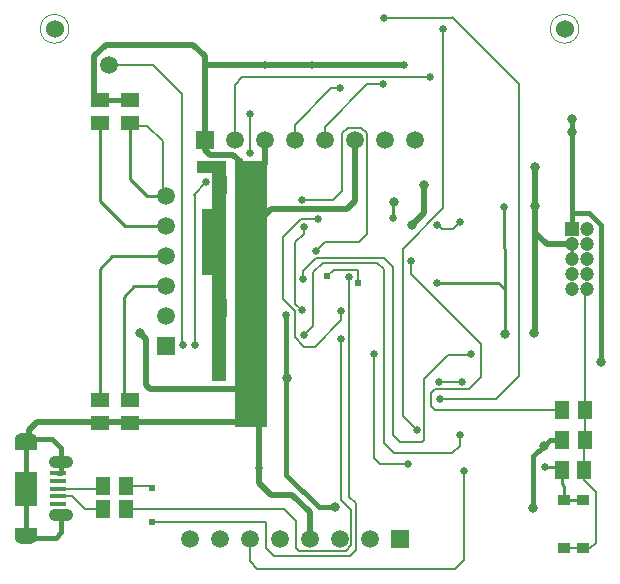
<source format=gtl>
G04*
G04 #@! TF.GenerationSoftware,Altium Limited,Altium Designer,19.1.8 (144)*
G04*
G04 Layer_Physical_Order=1*
G04 Layer_Color=255*
%FSLAX25Y25*%
%MOIN*%
G70*
G01*
G75*
%ADD11C,0.01000*%
%ADD15R,0.07480X0.11417*%
%ADD16R,0.05315X0.01575*%
%ADD17R,0.03937X0.03543*%
%ADD18R,0.05118X0.05906*%
%ADD19R,0.05906X0.05118*%
%ADD33C,0.03200*%
%ADD37C,0.00800*%
%ADD38C,0.01500*%
%ADD39C,0.02000*%
%ADD40R,0.04000X0.22000*%
%ADD41R,0.09700X0.04000*%
%ADD42R,0.04500X0.73600*%
%ADD43R,0.11000X0.88500*%
%ADD44C,0.00050*%
%ADD45R,0.05906X0.05906*%
%ADD46C,0.05906*%
%ADD47O,0.08268X0.04134*%
%ADD48O,0.07480X0.03740*%
%ADD49R,0.04724X0.04724*%
%ADD50C,0.04724*%
%ADD51R,0.05906X0.05906*%
%ADD52C,0.06000*%
%ADD53C,0.02400*%
%ADD54C,0.02600*%
%ADD55C,0.03000*%
G36*
X1728Y-184680D02*
Y-181237D01*
X9209D01*
Y-184680D01*
X1728D01*
D02*
G37*
G36*
X1726Y-155251D02*
Y-151797D01*
X9209D01*
Y-155251D01*
X1726D01*
D02*
G37*
D11*
X184850Y-171929D02*
X191150D01*
X127900Y-78200D02*
Y-72900D01*
X183800Y-161800D02*
X184000Y-162000D01*
X178600Y-161000D02*
X181825D01*
X38100Y-136860D02*
X40000Y-138760D01*
X38100Y-104400D02*
X41634Y-100866D01*
X38100Y-136860D02*
Y-104400D01*
X164900Y-74400D02*
X165000Y-101800D01*
Y-116400D02*
Y-101800D01*
X162800Y-99600D02*
X165000Y-101800D01*
X142600Y-99600D02*
X162800D01*
X184000Y-166575D02*
Y-162000D01*
Y-166575D02*
X184850Y-167425D01*
Y-171929D02*
Y-167425D01*
X187461Y-91831D02*
Y-86831D01*
X41447Y-47293D02*
X42500Y-46240D01*
X51142Y-70000D02*
X52008Y-70866D01*
X40000Y-65000D02*
X45866Y-70866D01*
X38366Y-80866D02*
X52008D01*
X30000Y-72500D02*
X38366Y-80866D01*
X30000Y-72500D02*
Y-46240D01*
X34134Y-90866D02*
X52008D01*
X30000Y-95000D02*
X34134Y-90866D01*
X30000Y-138760D02*
Y-95000D01*
X40000Y-65000D02*
Y-47500D01*
X30000Y-140000D02*
Y-138760D01*
X41634Y-100866D02*
X52008D01*
X45866Y-70866D02*
X52008D01*
D15*
X5469Y-168243D02*
D03*
D16*
X16000Y-173361D02*
D03*
Y-170802D02*
D03*
Y-168243D02*
D03*
Y-165684D02*
D03*
Y-163125D02*
D03*
D17*
X191150Y-188071D02*
D03*
X184850D02*
D03*
X191150Y-171929D02*
D03*
X184850D02*
D03*
D18*
X77740Y-108000D02*
D03*
X70260D02*
D03*
X77740Y-67000D02*
D03*
X70260D02*
D03*
X191740Y-142000D02*
D03*
X184260D02*
D03*
X38740Y-175025D02*
D03*
X31260D02*
D03*
X38740Y-167525D02*
D03*
X31260D02*
D03*
X191740Y-152000D02*
D03*
X184260D02*
D03*
X184000Y-162000D02*
D03*
X191480D02*
D03*
D19*
X40000Y-38760D02*
D03*
Y-46240D02*
D03*
X30000Y-38760D02*
D03*
Y-46240D02*
D03*
X40000Y-146240D02*
D03*
Y-138760D02*
D03*
X30000Y-146240D02*
D03*
Y-138760D02*
D03*
D33*
X92500Y-131500D02*
D03*
X108500Y-174500D02*
D03*
X43500Y-116500D02*
D03*
X175000Y-74000D02*
D03*
X138000Y-67000D02*
D03*
X134100Y-80400D02*
D03*
X175100Y-61000D02*
D03*
X197000Y-126000D02*
D03*
X178000Y-154000D02*
D03*
X174500Y-174600D02*
D03*
X187575Y-44910D02*
D03*
X187500Y-49400D02*
D03*
X174900Y-116400D02*
D03*
X165200Y-116600D02*
D03*
X128000Y-72800D02*
D03*
D37*
X119000Y-83525D02*
Y-49625D01*
X116625Y-85900D02*
X119000Y-83525D01*
X105141Y-85900D02*
X116625D01*
X102125Y-91400D02*
X124875D01*
X97700Y-95825D02*
X102125Y-91400D01*
X97700Y-98325D02*
Y-95825D01*
X124700Y-153225D02*
Y-95225D01*
X122375Y-92900D02*
X124700Y-95225D01*
X104469Y-92900D02*
X122375D01*
X127800Y-150325D02*
Y-94325D01*
X124875Y-91400D02*
X127800Y-94325D01*
X130175Y-152700D02*
X137500D01*
X127800Y-150325D02*
X130175Y-152700D01*
X128000Y-156525D02*
X147575D01*
X124700Y-153225D02*
X128000Y-156525D01*
X123475Y-160000D02*
X132900D01*
X121600Y-158125D02*
X123475Y-160000D01*
X121600Y-158125D02*
Y-123325D01*
X169700Y-130825D02*
X169700Y-33300D01*
X162025Y-138500D02*
X169700Y-130825D01*
X143500Y-138500D02*
X162025D01*
X184850Y-188071D02*
X191150D01*
X191480Y-162000D02*
Y-152235D01*
X151400Y-192125D02*
Y-162500D01*
X148500Y-195025D02*
X151400Y-192125D01*
X82500Y-195025D02*
X148500D01*
X80000Y-192525D02*
X82500Y-195025D01*
X80000Y-192525D02*
Y-185000D01*
X91500Y-175025D02*
X95500Y-179025D01*
Y-188025D02*
Y-179025D01*
Y-188025D02*
X96600Y-189125D01*
X112053D01*
X38740Y-175025D02*
X91500D01*
X88075Y-190600D02*
X113600D01*
X85500Y-188025D02*
X88075Y-190600D01*
X85500Y-188025D02*
Y-179433D01*
X47500D02*
X85500D01*
X47067Y-168025D02*
X47500D01*
X46567Y-167525D02*
X47067Y-168025D01*
X38740Y-167525D02*
X46567D01*
X25000Y-175025D02*
X31260D01*
X20777Y-170802D02*
X25000Y-175025D01*
X16000Y-170802D02*
X20777D01*
X30542Y-168243D02*
X31260Y-167525D01*
X16000Y-168243D02*
X30542D01*
X113200Y-170900D02*
Y-97800D01*
Y-170900D02*
X115353Y-173053D01*
X80133Y-57267D02*
Y-43367D01*
X57700Y-121315D02*
Y-120482D01*
Y-121315D02*
Y-120482D01*
X57400Y-121015D02*
X57700Y-121315D01*
X57400Y-121015D02*
Y-36700D01*
X47700Y-27000D02*
X57400Y-36700D01*
X61900Y-120400D02*
Y-70725D01*
X61500Y-70325D02*
X61900Y-70725D01*
X105900Y-97400D02*
X108000Y-95300D01*
X115731D01*
X116200Y-95769D01*
Y-99700D02*
Y-95769D01*
X113110Y-97710D02*
X113200Y-97800D01*
X101200Y-96169D02*
X104469Y-92900D01*
X110600Y-112025D02*
Y-109000D01*
X113953Y-187225D02*
Y-175553D01*
X110400Y-172000D02*
X113953Y-175553D01*
X110400Y-172000D02*
Y-118500D01*
X112053Y-189125D02*
X113953Y-187225D01*
X115353Y-188847D02*
Y-173053D01*
X113600Y-190600D02*
X115353Y-188847D01*
X101200Y-113925D02*
Y-96169D01*
X98050Y-117075D02*
X101200Y-113925D01*
X101725Y-120900D02*
X110600Y-112025D01*
X98100Y-120900D02*
X101725D01*
X147950Y-81700D02*
X150175Y-79475D01*
X144111Y-81700D02*
X147950D01*
X142790Y-80379D02*
X144111Y-81700D01*
X95000Y-117800D02*
X98100Y-120900D01*
X141775Y-135225D02*
X153175D01*
X140600Y-136400D02*
X141775Y-135225D01*
X140600Y-140800D02*
Y-136400D01*
X141800Y-142000D02*
X184260D01*
X140600Y-140800D02*
X141800Y-142000D01*
X138200Y-131700D02*
X146300Y-123600D01*
X138200Y-152000D02*
Y-131700D01*
X137500Y-152700D02*
X138200Y-152000D01*
X102017Y-89025D02*
X105141Y-85900D01*
X153175Y-135225D02*
X157300Y-131100D01*
X133900Y-96825D02*
X157300Y-120225D01*
Y-131100D02*
Y-120225D01*
X61500Y-70325D02*
X65600Y-66225D01*
Y-66000D01*
X80100Y-57233D02*
Y-56400D01*
Y-57233D02*
X80133Y-57267D01*
X95000Y-117800D02*
Y-108925D01*
X80133Y-43367D02*
X80200Y-43300D01*
X80133Y-43233D02*
X80200Y-43300D01*
X142500Y-80379D02*
X142790D01*
X131000Y-88400D02*
X144600Y-74800D01*
X131000Y-143925D02*
Y-88400D01*
X33000Y-27000D02*
X47700D01*
X153525Y-123600D02*
X153700Y-123425D01*
X146300Y-123600D02*
X153525D01*
X144600Y-74800D02*
Y-15000D01*
X77575Y-31025D02*
X140000D01*
X75000Y-33600D02*
X77575Y-31025D01*
X124800Y-11300D02*
X147550D01*
X147625Y-11225D01*
X191480Y-152235D02*
X191740Y-152000D01*
X191480Y-165425D02*
Y-162000D01*
X95300Y-86200D02*
X98100Y-83400D01*
Y-81100D01*
X95300Y-106625D02*
Y-86200D01*
X191740Y-142000D02*
Y-101831D01*
X195400Y-186300D02*
Y-169345D01*
X193629Y-188071D02*
X195400Y-186300D01*
X191150Y-188071D02*
X193629D01*
X191480Y-165425D02*
X195400Y-169345D01*
X165000Y-116400D02*
X165200Y-116600D01*
X147625Y-11225D02*
X169700Y-33300D01*
X95000Y-46900D02*
X107200Y-34700D01*
X110200D01*
X131000Y-143925D02*
X135800Y-148725D01*
X95000Y-52008D02*
Y-46900D01*
X119275Y-33325D02*
X124600D01*
X105000Y-47600D02*
X119275Y-33325D01*
X105000Y-52008D02*
Y-47600D01*
X75000Y-52008D02*
Y-33600D01*
X150100Y-154000D02*
Y-150525D01*
X147575Y-156525D02*
X150100Y-154000D01*
X91200Y-105125D02*
X95000Y-108925D01*
X97400Y-72125D02*
X107700D01*
X110900Y-68925D01*
Y-49725D01*
X112700Y-47925D01*
X117300D01*
X119000Y-49625D01*
X191740Y-101831D02*
X192461D01*
X191740Y-152000D02*
Y-142000D01*
X51142Y-70000D02*
Y-52535D01*
X45900Y-47293D02*
X51142Y-52535D01*
X41447Y-47293D02*
X45900D01*
X40000Y-47500D02*
Y-46240D01*
X133900Y-96825D02*
Y-92525D01*
X143200Y-132625D02*
X150800D01*
X95300Y-106625D02*
X97400Y-108725D01*
X97100Y-78525D02*
X102800D01*
X91200Y-84425D02*
X97100Y-78525D01*
X91200Y-105125D02*
Y-84425D01*
D38*
X92300Y-163800D02*
Y-110425D01*
X17279Y-163088D02*
Y-159483D01*
X17242Y-163125D02*
X17279Y-163088D01*
X16000Y-163125D02*
X17242D01*
X5469Y-151806D02*
X14281D01*
X17279Y-154805D01*
Y-159483D02*
Y-154805D01*
X15345Y-184680D02*
X17279Y-182746D01*
Y-177003D01*
X5469Y-184680D02*
X15345D01*
X5469D02*
Y-168243D01*
Y-151806D01*
X6460Y-150814D01*
X187461Y-81831D02*
X187500Y-81791D01*
Y-49400D01*
X187700Y-76500D02*
X193175D01*
X127900Y-72900D02*
X128000Y-72800D01*
X103000Y-174500D02*
X108500D01*
X92300Y-163800D02*
X103000Y-174500D01*
X66500Y-77500D02*
X69500D01*
X178000Y-154000D02*
X180000Y-152000D01*
X174500Y-157500D02*
X178000Y-154000D01*
X187461Y-49361D02*
X187500Y-49400D01*
X187461Y-45025D02*
X187575Y-44910D01*
X187461Y-49361D02*
Y-45025D01*
X174500Y-174600D02*
Y-157500D01*
X193175Y-76500D02*
X197000Y-80325D01*
X180000Y-152000D02*
X184260D01*
X197000Y-126000D02*
Y-80325D01*
X30000Y-38760D02*
X40000D01*
D39*
X6460Y-148565D02*
X9025Y-146000D01*
X6460Y-150814D02*
Y-148565D01*
X9025Y-146000D02*
X14000D01*
X27500D01*
X175100Y-82831D02*
Y-61000D01*
X85000Y-26925D02*
X131575D01*
X77000Y-82000D02*
Y-59525D01*
X83000Y-161311D02*
Y-91500D01*
X77000Y-134000D02*
Y-90500D01*
X31000Y-146000D02*
X75000D01*
X77000Y-142425D02*
Y-134000D01*
X100000Y-185000D02*
Y-176000D01*
X94300Y-170300D02*
X100000Y-176000D01*
X86975Y-170300D02*
X94300D01*
X45500Y-133828D02*
Y-118500D01*
X76000Y-135000D02*
X77000Y-134000D01*
X46672Y-135000D02*
X76000D01*
X45500Y-133828D02*
X46672Y-135000D01*
X43500Y-116500D02*
X45500Y-118500D01*
X83000Y-166325D02*
Y-161311D01*
Y-166325D02*
X86975Y-170300D01*
X83000Y-91500D02*
X84000Y-90500D01*
X87300Y-75125D02*
X112375D01*
X115000Y-72500D02*
Y-52008D01*
X112375Y-75125D02*
X115000Y-72500D01*
X84000Y-78425D02*
X87300Y-75125D01*
X175100Y-116200D02*
Y-82831D01*
X174900Y-116400D02*
X175100Y-116200D01*
Y-82831D02*
X175200Y-82931D01*
X179100Y-86831D01*
X187461D01*
X65000Y-26925D02*
X85000D01*
X134100Y-80400D02*
X138000Y-76500D01*
Y-67000D01*
X28760Y-38760D02*
X30000D01*
X28200Y-38200D02*
X28760Y-38760D01*
X28200Y-38200D02*
Y-24225D01*
X65000Y-26925D02*
Y-24025D01*
Y-55325D02*
Y-26925D01*
X84000Y-90500D02*
Y-86000D01*
X77000Y-90500D02*
Y-86000D01*
X84000Y-82000D02*
Y-78425D01*
X61300Y-20325D02*
X65000Y-24025D01*
X32100Y-20325D02*
X61300D01*
X28200Y-24225D02*
X32100Y-20325D01*
X65000Y-55325D02*
X66700Y-57025D01*
X74500D01*
X77000Y-59525D01*
X85000Y-53000D02*
Y-52008D01*
Y-60000D02*
Y-53000D01*
D40*
X66000Y-86000D02*
D03*
D41*
X67150Y-61000D02*
D03*
D42*
X69750Y-95800D02*
D03*
D43*
X80500Y-103250D02*
D03*
D44*
X189800Y-15000D02*
G03*
X189800Y-15000I-4800J0D01*
G01*
D02*
G03*
X189800Y-15000I-4800J0D01*
G01*
X19800D02*
G03*
X19800Y-15000I-4800J0D01*
G01*
D02*
G03*
X19800Y-15000I-4800J0D01*
G01*
D45*
X65000Y-52008D02*
D03*
X130000Y-185000D02*
D03*
D46*
X75000Y-52008D02*
D03*
X85000D02*
D03*
X95000D02*
D03*
X105000D02*
D03*
X115000D02*
D03*
X125000D02*
D03*
X135000D02*
D03*
X52008Y-110866D02*
D03*
Y-100866D02*
D03*
Y-90866D02*
D03*
Y-80866D02*
D03*
Y-70866D02*
D03*
X120000Y-185000D02*
D03*
X110000D02*
D03*
X100000D02*
D03*
X90000D02*
D03*
X80000D02*
D03*
X70000D02*
D03*
X60000D02*
D03*
X33000Y-27000D02*
D03*
D47*
X17279Y-159483D02*
D03*
Y-177003D02*
D03*
D48*
X5469Y-151806D02*
D03*
Y-184680D02*
D03*
D49*
X187461Y-81831D02*
D03*
D50*
X192461D02*
D03*
Y-86831D02*
D03*
X187461Y-91831D02*
D03*
X192461D02*
D03*
X187461Y-96831D02*
D03*
X192461D02*
D03*
X187461Y-101831D02*
D03*
X192461D02*
D03*
X187461Y-86831D02*
D03*
D51*
X52008Y-120866D02*
D03*
D52*
X15000Y-15000D02*
D03*
X185000D02*
D03*
D53*
X47500Y-168025D02*
D03*
Y-179433D02*
D03*
X116200Y-99700D02*
D03*
X105900Y-97400D02*
D03*
D54*
X57700Y-120482D02*
D03*
X61900Y-120400D02*
D03*
X113200Y-97800D02*
D03*
X110600Y-109000D02*
D03*
X110400Y-118500D02*
D03*
X102017Y-89025D02*
D03*
X65600Y-66000D02*
D03*
X80100Y-56400D02*
D03*
X98050Y-117075D02*
D03*
X127900Y-78200D02*
D03*
X80200Y-43300D02*
D03*
X142500Y-80379D02*
D03*
X150175Y-79475D02*
D03*
X83000Y-161311D02*
D03*
X143500Y-138500D02*
D03*
X144600Y-15000D02*
D03*
X140000Y-31025D02*
D03*
X100800Y-26900D02*
D03*
X124800Y-11300D02*
D03*
X151400Y-162500D02*
D03*
X132900Y-160000D02*
D03*
X178600Y-161000D02*
D03*
X98100Y-81100D02*
D03*
X164900Y-74400D02*
D03*
X142600Y-99600D02*
D03*
X85000Y-26925D02*
D03*
X131575D02*
D03*
X110200Y-34700D02*
D03*
X97400Y-72125D02*
D03*
X92300Y-110425D02*
D03*
X124600Y-33325D02*
D03*
X135800Y-148725D02*
D03*
X133900Y-92525D02*
D03*
X143200Y-132625D02*
D03*
X150800D02*
D03*
X150100Y-150525D02*
D03*
X97700Y-98325D02*
D03*
X153700Y-123425D02*
D03*
X121600Y-123325D02*
D03*
X97400Y-108725D02*
D03*
X102800Y-78525D02*
D03*
X82000Y-103000D02*
D03*
D55*
X69600Y-126500D02*
D03*
X69500Y-130200D02*
D03*
X66500Y-77500D02*
D03*
Y-95000D02*
D03*
X80170Y-116100D02*
D03*
X83400D02*
D03*
X76840Y-116000D02*
D03*
X69700Y-60900D02*
D03*
X65500Y-61000D02*
D03*
X77000Y-90500D02*
D03*
X84000D02*
D03*
X77000Y-82000D02*
D03*
X84000Y-86000D02*
D03*
Y-82000D02*
D03*
X77000Y-86000D02*
D03*
M02*

</source>
